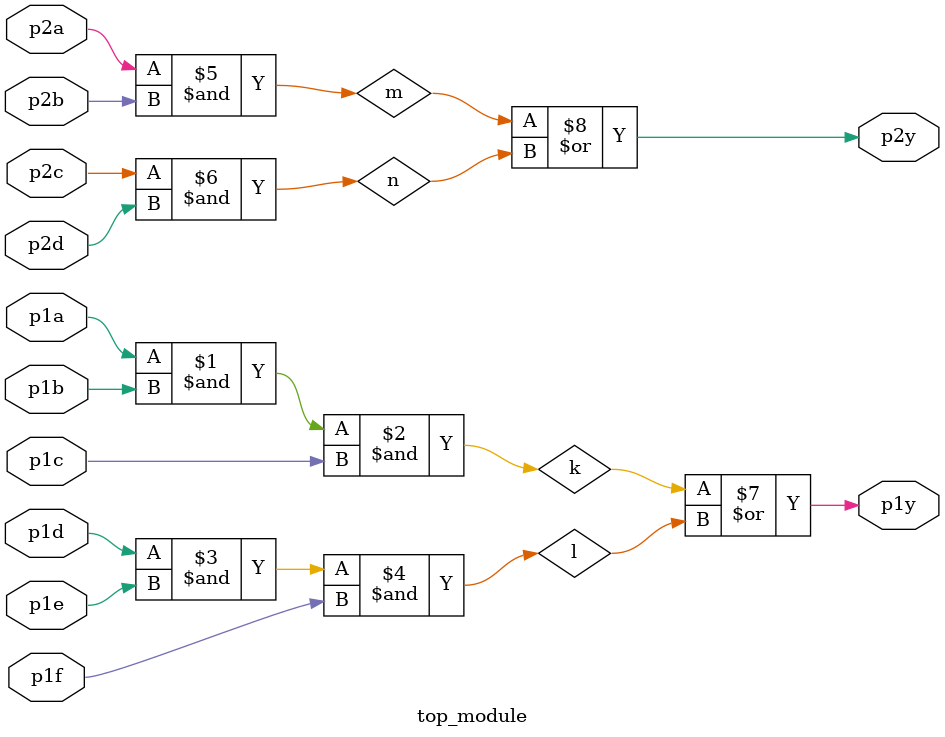
<source format=v>
module top_module ( 
    input p1a, p1b, p1c, p1d, p1e, p1f,
    output p1y,
    input p2a, p2b, p2c, p2d,
    output p2y );
    wire k,l,m,n;
	assign k = p1a&p1b&p1c;
    assign l = p1d&p1e&p1f;
    assign m = p2a&p2b;
    assign n = p2c&p2d;
	assign p1y=k|l; assign p2y=m|n;
endmodule

</source>
